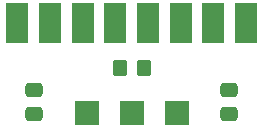
<source format=gbr>
%TF.GenerationSoftware,KiCad,Pcbnew,(6.0.11)*%
%TF.CreationDate,2023-07-03T01:03:28-07:00*%
%TF.ProjectId,sb-midi,73622d6d-6964-4692-9e6b-696361645f70,rev?*%
%TF.SameCoordinates,Original*%
%TF.FileFunction,Soldermask,Top*%
%TF.FilePolarity,Negative*%
%FSLAX46Y46*%
G04 Gerber Fmt 4.6, Leading zero omitted, Abs format (unit mm)*
G04 Created by KiCad (PCBNEW (6.0.11)) date 2023-07-03 01:03:28*
%MOMM*%
%LPD*%
G01*
G04 APERTURE LIST*
G04 Aperture macros list*
%AMRoundRect*
0 Rectangle with rounded corners*
0 $1 Rounding radius*
0 $2 $3 $4 $5 $6 $7 $8 $9 X,Y pos of 4 corners*
0 Add a 4 corners polygon primitive as box body*
4,1,4,$2,$3,$4,$5,$6,$7,$8,$9,$2,$3,0*
0 Add four circle primitives for the rounded corners*
1,1,$1+$1,$2,$3*
1,1,$1+$1,$4,$5*
1,1,$1+$1,$6,$7*
1,1,$1+$1,$8,$9*
0 Add four rect primitives between the rounded corners*
20,1,$1+$1,$2,$3,$4,$5,0*
20,1,$1+$1,$4,$5,$6,$7,0*
20,1,$1+$1,$6,$7,$8,$9,0*
20,1,$1+$1,$8,$9,$2,$3,0*%
G04 Aperture macros list end*
%ADD10R,2.000000X2.000000*%
%ADD11R,1.846667X3.480000*%
%ADD12RoundRect,0.250000X-0.350000X-0.450000X0.350000X-0.450000X0.350000X0.450000X-0.350000X0.450000X0*%
%ADD13RoundRect,0.250000X0.475000X-0.337500X0.475000X0.337500X-0.475000X0.337500X-0.475000X-0.337500X0*%
G04 APERTURE END LIST*
D10*
%TO.C,P5*%
X127000000Y-107950000D03*
%TD*%
%TO.C,P2*%
X123190000Y-107950000D03*
%TD*%
D11*
%TO.C,J1*%
X132885000Y-100330000D03*
X130115000Y-100330000D03*
X127345000Y-100330000D03*
X124575000Y-100330000D03*
X121805000Y-100330000D03*
X119035000Y-100330000D03*
X116265000Y-100330000D03*
X113495000Y-100330000D03*
%TD*%
D10*
%TO.C,P4*%
X119380000Y-107950000D03*
%TD*%
D12*
%TO.C,R1*%
X122190000Y-104140000D03*
X124190000Y-104140000D03*
%TD*%
D13*
%TO.C,C1*%
X131445000Y-108037500D03*
X131445000Y-105962500D03*
%TD*%
%TO.C,C2*%
X114935000Y-108037500D03*
X114935000Y-105962500D03*
%TD*%
M02*

</source>
